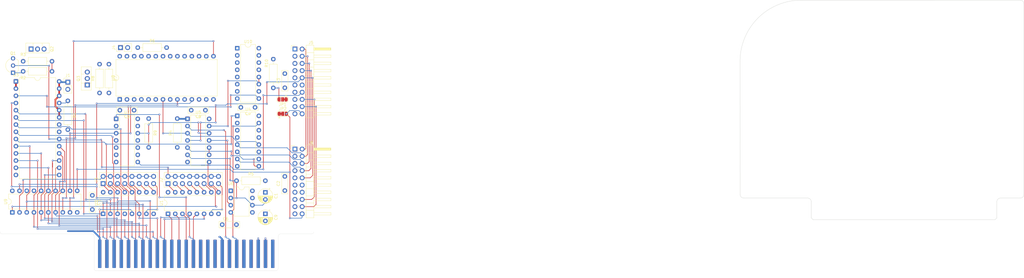
<source format=kicad_pcb>
(kicad_pcb
	(version 20241229)
	(generator "pcbnew")
	(generator_version "9.0")
	(general
		(thickness 1.6)
		(legacy_teardrops no)
	)
	(paper "A4")
	(layers
		(0 "F.Cu" signal)
		(2 "B.Cu" signal)
		(9 "F.Adhes" user "F.Adhesive")
		(11 "B.Adhes" user "B.Adhesive")
		(13 "F.Paste" user)
		(15 "B.Paste" user)
		(5 "F.SilkS" user "F.Silkscreen")
		(7 "B.SilkS" user "B.Silkscreen")
		(1 "F.Mask" user)
		(3 "B.Mask" user)
		(17 "Dwgs.User" user "User.Drawings")
		(19 "Cmts.User" user "User.Comments")
		(21 "Eco1.User" user "User.Eco1")
		(23 "Eco2.User" user "User.Eco2")
		(25 "Edge.Cuts" user)
		(27 "Margin" user)
		(31 "F.CrtYd" user "F.Courtyard")
		(29 "B.CrtYd" user "B.Courtyard")
		(35 "F.Fab" user)
		(33 "B.Fab" user)
		(39 "User.1" user)
		(41 "User.2" user)
		(43 "User.3" user)
		(45 "User.4" user)
	)
	(setup
		(pad_to_mask_clearance 0)
		(allow_soldermask_bridges_in_footprints no)
		(tenting front back)
		(pcbplotparams
			(layerselection 0x00000000_00000000_55555555_5755f5ff)
			(plot_on_all_layers_selection 0x00000000_00000000_00000000_00000000)
			(disableapertmacros no)
			(usegerberextensions no)
			(usegerberattributes yes)
			(usegerberadvancedattributes yes)
			(creategerberjobfile yes)
			(dashed_line_dash_ratio 12.000000)
			(dashed_line_gap_ratio 3.000000)
			(svgprecision 4)
			(plotframeref no)
			(mode 1)
			(useauxorigin no)
			(hpglpennumber 1)
			(hpglpenspeed 20)
			(hpglpendiameter 15.000000)
			(pdf_front_fp_property_popups yes)
			(pdf_back_fp_property_popups yes)
			(pdf_metadata yes)
			(pdf_single_document no)
			(dxfpolygonmode yes)
			(dxfimperialunits yes)
			(dxfusepcbnewfont yes)
			(psnegative no)
			(psa4output no)
			(plot_black_and_white yes)
			(sketchpadsonfab no)
			(plotpadnumbers no)
			(hidednponfab no)
			(sketchdnponfab yes)
			(crossoutdnponfab yes)
			(subtractmaskfromsilk no)
			(outputformat 1)
			(mirror no)
			(drillshape 1)
			(scaleselection 1)
			(outputdirectory "")
		)
	)
	(net 0 "")
	(net 1 "-12V")
	(net 2 "GND")
	(net 3 "+5V")
	(net 4 "Net-(U6-THR)")
	(net 5 "+12V")
	(net 6 "Net-(J1-Pin_2)")
	(net 7 "~{IOSEL}")
	(net 8 "Net-(J2-Pin_5)")
	(net 9 "Net-(J2-Pin_7)")
	(net 10 "/VCC_SWITCHED_1")
	(net 11 "Net-(J2-Pin_15)")
	(net 12 "Net-(J2-Pin_3)")
	(net 13 "Net-(J2-Pin_9)")
	(net 14 "Net-(J2-Pin_11)")
	(net 15 "Net-(J2-Pin_13)")
	(net 16 "Net-(J2-Pin_1)")
	(net 17 "Net-(J3-Pin_11)")
	(net 18 "Net-(J3-Pin_5)")
	(net 19 "Net-(J3-Pin_7)")
	(net 20 "Net-(J3-Pin_9)")
	(net 21 "Net-(J3-Pin_1)")
	(net 22 "Net-(J3-Pin_13)")
	(net 23 "Net-(J3-Pin_15)")
	(net 24 "Net-(J3-Pin_3)")
	(net 25 "Net-(J4-Pin_2)")
	(net 26 "/PH1")
	(net 27 "/PH0")
	(net 28 "/WR DATA")
	(net 29 "/W PROT")
	(net 30 "/RD DATA")
	(net 31 "/PH2")
	(net 32 "/PH3")
	(net 33 "Net-(J5-Pin_17)")
	(net 34 "/WR REQ")
	(net 35 "Net-(J5-Pin_19)")
	(net 36 "/~{ENBL 1}")
	(net 37 "Net-(J5-Pin_5)")
	(net 38 "/~{ENBL 2}")
	(net 39 "A12")
	(net 40 "D0")
	(net 41 "A10")
	(net 42 "A3")
	(net 43 "A14")
	(net 44 "D3")
	(net 45 "unconnected-(P1-Pin_40-Pad40)")
	(net 46 "2M")
	(net 47 "~{RESET}")
	(net 48 "unconnected-(P1-Pin_30-Pad30)")
	(net 49 "A4")
	(net 50 "~{EXTC}")
	(net 51 "unconnected-(P1-Pin_18-Pad18)")
	(net 52 "unconnected-(P1-Pin_38-Pad38)")
	(net 53 "D1")
	(net 54 "unconnected-(P1-Pin_29-Pad29)")
	(net 55 "A0")
	(net 56 "A15")
	(net 57 "D6")
	(net 58 "unconnected-(P1-Pin_36-Pad36)")
	(net 59 "A5")
	(net 60 "unconnected-(P1-Pin_22-Pad22)")
	(net 61 "~{EXTE}")
	(net 62 "Net-(P1-Pin_24)")
	(net 63 "~{EXT8}")
	(net 64 "unconnected-(P1-Pin_34-Pad34)")
	(net 65 "A8")
	(net 66 "D2")
	(net 67 "A2")
	(net 68 "D7")
	(net 69 "A7")
	(net 70 "Net-(P1-Pin_23)")
	(net 71 "A6")
	(net 72 "unconnected-(P1-Pin_21-Pad21)")
	(net 73 "~{EXT_MEM}")
	(net 74 "D4")
	(net 75 "D5")
	(net 76 "A9")
	(net 77 "A13")
	(net 78 "A11")
	(net 79 "unconnected-(P1-Pin_39-Pad39)")
	(net 80 "~{EXT6}")
	(net 81 "A1")
	(net 82 "Net-(Q1-E)")
	(net 83 "Net-(Q2-B)")
	(net 84 "Net-(Q3-B)")
	(net 85 "Net-(U8-~{CE})")
	(net 86 "Net-(R9-Pad2)")
	(net 87 "Net-(U4-Q6)")
	(net 88 "Net-(U4-Q5)")
	(net 89 "Net-(U4-Q7)")
	(net 90 "Net-(U4-Q4)")
	(net 91 "Net-(U10-D3)")
	(net 92 "Net-(U8-D1)")
	(net 93 "Net-(U10-~{Mr})")
	(net 94 "Net-(U8-A4)")
	(net 95 "Net-(U10-Q3)")
	(net 96 "Net-(U10-Cp)")
	(net 97 "Net-(U8-D3)")
	(net 98 "Net-(U10-Q5)")
	(net 99 "Net-(U10-Q2)")
	(net 100 "Net-(U8-A1)")
	(net 101 "Net-(U10-D2)")
	(net 102 "Net-(U8-D0)")
	(net 103 "Net-(U10-Q1)")
	(net 104 "unconnected-(U6-DIS-Pad7)")
	(net 105 "Net-(U10-D0)")
	(net 106 "unconnected-(U6-CV-Pad5)")
	(net 107 "Net-(U10-D5)")
	(net 108 "Net-(U8-D2)")
	(net 109 "Net-(U10-D1)")
	(net 110 "unconnected-(U9-Q7-Pad17)")
	(net 111 "/VCC_SWITCHED_2")
	(net 112 "/~{IOEN}")
	(net 113 "/~{DEVEN}")
	(footprint "Connector_PinHeader_2.54mm:PinHeader_1x02_P2.54mm_Vertical" (layer "F.Cu") (at 69.565185 66.517185))
	(footprint "Capacitor_THT:C_Rect_L7.0mm_W2.0mm_P5.00mm" (layer "F.Cu") (at 118.034185 76.423185 180))
	(footprint "Resistor_THT:R_Axial_DIN0207_L6.3mm_D2.5mm_P10.16mm_Horizontal" (layer "F.Cu") (at 94.203185 54.325185))
	(footprint "Connector_PinHeader_2.54mm:PinHeader_1x02_P2.54mm_Vertical" (layer "F.Cu") (at 88.107185 54.325185 90))
	(footprint "Capacitor_THT:CP_Radial_D5.0mm_P2.50mm" (layer "F.Cu") (at 139.161185 112.999185 -90))
	(footprint "Resistor_THT:R_Axial_DIN0207_L6.3mm_D2.5mm_P10.16mm_Horizontal" (layer "F.Cu") (at 84.043185 60.167185 -90))
	(footprint "Capacitor_THT:C_Rect_L7.0mm_W2.0mm_P5.00mm" (layer "F.Cu") (at 146.019185 104.791185 90))
	(footprint "Package_DIP:DIP-16_W7.62mm" (layer "F.Cu") (at 129.250185 54.539185))
	(footprint "Package_DIP:DIP-16_W7.62mm" (layer "F.Cu") (at 82.006185 112.994185 90))
	(footprint "Package_TO_SOT_THT:TO-92_Inline_Wide" (layer "F.Cu") (at 50.261185 63.215185 90))
	(footprint "Resistor_THT:R_Axial_DIN0207_L6.3mm_D2.5mm_P10.16mm_Horizontal" (layer "F.Cu") (at 141.955185 68.549185 90))
	(footprint "Capacitor_THT:CP_Radial_D5.0mm_P2.50mm" (layer "F.Cu") (at 139.156185 105.419185 -90))
	(footprint "Resistor_THT:R_Axial_DIN0207_L6.3mm_D2.5mm_P10.16mm_Horizontal" (layer "F.Cu") (at 53.817185 59.151185))
	(footprint "Package_DIP:DIP-16_W7.62mm" (layer "F.Cu") (at 104.866185 112.999185 90))
	(footprint "Package_DIP:DIP-28_W15.24mm" (layer "F.Cu") (at 87.853185 72.613185 90))
	(footprint "Package_DIP:DIP-14_W7.62mm" (layer "F.Cu") (at 111.729185 79.471185))
	(footprint "Resistor_THT:R_Axial_DIN0207_L6.3mm_D2.5mm_P10.16mm_Horizontal" (layer "F.Cu") (at 69.565185 73.121185 -90))
	(footprint "Capacitor_THT:C_Rect_L7.0mm_W2.0mm_P5.00mm" (layer "F.Cu") (at 146.019185 68.509185 90))
	(footprint "Jumper:SolderJumper-3_P1.3mm_Bridged12_RoundedPad1.0x1.5mm" (layer "F.Cu") (at 145.287185 77.693185))
	(footprint "Resistor_THT:R_Axial_DIN0207_L6.3mm_D2.5mm_P10.16mm_Horizontal" (layer "F.Cu") (at 98.053185 79.382185 -90))
	(footprint "Package_DIP:DIP-28_W15.24mm" (layer "F.Cu") (at 51.277185 66.263185))
	(footprint "Capacitor_THT:C_Rect_L7.0mm_W2.0mm_P5.00mm" (layer "F.Cu") (at 135.525185 75.407185 180))
	(footprint "Capacitor_THT:C_Rect_L7.0mm_W2.0mm_P5.00mm" (layer "F.Cu") (at 78.201185 106.475185 -90))
	(footprint "Capacitor_THT:C_Rect_L7.0mm_W2.0mm_P5.00mm" (layer "F.Cu") (at 92.893185 76.428185 180))
	(footprint "Package_TO_SOT_THT:TO-126-3_Vertical" (layer "F.Cu") (at 56.623185 54.833185))
	(footprint "Package_DIP:DIP-14_W7.62mm" (layer "F.Cu") (at 86.588185 79.471185))
	(footprint "Resistor_THT:R_Axial_DIN0207_L6.3mm_D2.5mm_P10.16mm_Horizontal"
		(layer "F.Cu")
		(uuid "a3fd79da-f5d5-4ae4-9621-898f304ff506")
		(at 128.996185 101.315185)
		(descr "Resistor, Axial_DIN0207 series, Axial, Horizontal, pin pitch=10.16mm, 0.25W = 1/4W, length*diameter=6.3*2.5mm^2, http://cdn-reichelt.de/documents/datenblatt/B400/1_4W%23YAG.pdf")
		(tags "Resistor Axial_DIN0207 series Axial Horizontal pin pitch 10.16mm 0.25W = 1/4W length 6.3mm diameter 2.5mm")
		(property "Reference" "R5"
			(at 5.08 -2.37 0)
			(layer "F.SilkS")
			(uuid "9c6b700b-b56f-454a-af08-cbb92ee0419a")
			(effects
				(font
					(size 1 1)
					(thickness 0.15)
				)
			)
		)
		(property "Value" "47K"
			(at 5.08 2.37 0)
			(layer "F.Fab")
			(uuid "59038263-5bfc-4502-9e63-17686569948d")
			(effects
				(font
					(size 1 1)
					(thickness 0.15)
				)
			)
		)
		(property "Datasheet" ""
			(at 0 0 0)
			(unlocked yes)
			(layer "F.Fab")
			(hide yes)
			(uuid "451e5c88-4e24-4863-a615-27044dbe0c7a")
			(effects
				(font
					(size 1.27 1.27)
					(thickness 0.15)
				)
			)
		)
		(property "Description" "Resistor, small symbol"
			(at 0 0 0)
			(unlocked yes)
			(layer "F.Fab")
			(hide yes)
			(uuid "ff008a55-37e8-44c0-bf53-7e7561ef5750")
			(effects
				(font
					(size 1.27 1.27)
					(thickness 0.15)
				)
			)
		)
		(property ki_fp_filters "R_*")
		(path "/0a9e3eae-f6aa-4726-95a0-baa5697c9c68")
		(sheetname "/")
		(sheetfile "TK2000_DiskInterface_REDUX.kicad_sch")
		(attr through_hole)
		(fp_line
			(start 1.04 0)
			(end 1.81 0)
			(stroke
				(width 0.12)
				(type solid)
			)
			(layer "F.SilkS")
			(uuid "a630116e-10dc-4ef2-a442-a6f0fd3f75eb")
		)
		(fp_line
			(start 1.81 -1.37)
			(end 1.81 1.37)
			(stroke
				(width 0.12)
				(type solid)
			)
			(layer "F.SilkS")
			(uuid "729f8d0c-d614-4153-be3b-6baa6e5385c4")
		)
		(fp_line
			(start 1.81 1.37)
			(end 8.35 1.37)
			(stroke
				(width 0.12)
				(type solid)
			)
			(layer "F.SilkS")
			(uuid "992273d0-000c-4bc0-bee8-f1216b2ba043")
		)
		(fp_line
			(start 8.35 -1.37)
			(end 1.81 -1.37)
			(stroke
				(width 0.12)
				(type solid)
			)
			(layer "F.SilkS")
			(uuid "a9b63733-6e81-455e-b6c1-451b64372f22")
		)
		(fp_line
			(start 8.35 1.37)
			(end 8.35 -1.37)
			(stroke
				(width 0.12)
				(type solid)
			)
			(layer "F.SilkS")
			(uuid "90083b9f-7d28-4ed0-a18e-c6019e6b0e30")
		)
		(fp_line
			(start 9.12 0)
			(end 8.35 0)
			(stroke
				(width 0.12)
				(type solid)
			)
			(layer "F.SilkS")
			(uuid "5694fe5b-57bc-4be2-8ef2-83bc8a9555e4")
		)
		(fp_line
			(start -1.05 -1.5)
			(end -1.05 1.5)
			(stroke
				(width 0.05)
				(type solid)
			)
			(layer "F.CrtYd")
			(uuid "87cd9991-4586-4e07-b07e-d88529961560")
		)
		(fp_line
			(start -1.05 1.5)
			(end 11.21 1.5)
			(stroke
				(width 0.05)
				(type solid)
			)
			(layer "F.CrtYd")
			(uuid "bd9f9d97-62c5-489d-88c0-532c339a6422"
... [272814 chars truncated]
</source>
